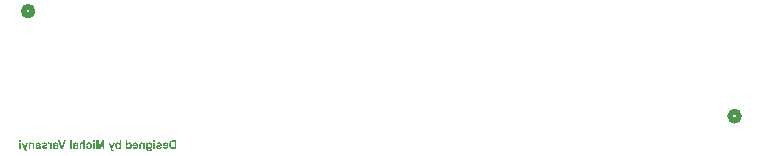
<source format=gbr>
%TF.GenerationSoftware,KiCad,Pcbnew,9.0.6*%
%TF.CreationDate,2025-12-30T15:38:49+01:00*%
%TF.ProjectId,VoxSense,566f7853-656e-4736-952e-6b696361645f,1.0*%
%TF.SameCoordinates,Original*%
%TF.FileFunction,Legend,Bot*%
%TF.FilePolarity,Positive*%
%FSLAX46Y46*%
G04 Gerber Fmt 4.6, Leading zero omitted, Abs format (unit mm)*
G04 Created by KiCad (PCBNEW 9.0.6) date 2025-12-30 15:38:49*
%MOMM*%
%LPD*%
G01*
G04 APERTURE LIST*
%ADD10C,0.175000*%
%ADD11C,0.508000*%
G04 APERTURE END LIST*
D10*
G36*
X92075414Y-80058500D02*
G01*
X91771771Y-80058500D01*
X91719045Y-80054566D01*
X91672836Y-80043297D01*
X91632075Y-80025145D01*
X91595922Y-80000085D01*
X91563820Y-79967620D01*
X91535533Y-79926810D01*
X91511650Y-79877318D01*
X91494022Y-79821712D01*
X91482974Y-79759085D01*
X91479657Y-79698351D01*
X91628797Y-79698351D01*
X91631523Y-79750590D01*
X91639210Y-79795533D01*
X91651280Y-79834187D01*
X91671254Y-79873142D01*
X91695330Y-79901695D01*
X91723617Y-79921645D01*
X91756923Y-79933853D01*
X91796647Y-79938137D01*
X91932440Y-79938137D01*
X91932440Y-79473098D01*
X91796647Y-79473098D01*
X91746411Y-79477512D01*
X91709197Y-79489336D01*
X91681928Y-79507292D01*
X91662521Y-79531356D01*
X91645038Y-79571743D01*
X91633229Y-79626153D01*
X91628797Y-79698351D01*
X91479657Y-79698351D01*
X91479113Y-79688392D01*
X91482368Y-79632291D01*
X91492534Y-79571577D01*
X91504020Y-79531768D01*
X91520680Y-79493869D01*
X91542714Y-79457583D01*
X91576715Y-79418457D01*
X91616446Y-79388861D01*
X91662735Y-79368037D01*
X91709181Y-79357401D01*
X91771771Y-79352735D01*
X92075414Y-79352735D01*
X92075414Y-80058500D01*
G37*
G36*
X91227252Y-79527115D02*
G01*
X91274014Y-79540842D01*
X91315217Y-79563183D01*
X91351783Y-79594572D01*
X91380481Y-79632417D01*
X91401824Y-79678440D01*
X91415481Y-79734325D01*
X91420385Y-79802215D01*
X91416737Y-79861650D01*
X91406607Y-79910647D01*
X91390922Y-79950936D01*
X91370166Y-79983959D01*
X91344346Y-80010799D01*
X91304551Y-80039031D01*
X91262452Y-80058884D01*
X91217468Y-80070844D01*
X91168845Y-80074913D01*
X91120547Y-80071565D01*
X91078541Y-80062021D01*
X91041843Y-80046766D01*
X91009656Y-80025907D01*
X90981420Y-79999173D01*
X90955730Y-79965690D01*
X90940216Y-79934656D01*
X90933121Y-79905310D01*
X91072290Y-79905310D01*
X91084577Y-79926549D01*
X91097636Y-79941428D01*
X91116426Y-79954547D01*
X91138874Y-79962636D01*
X91165982Y-79965492D01*
X91191822Y-79963162D01*
X91214243Y-79956480D01*
X91233900Y-79945617D01*
X91253380Y-79927863D01*
X91268222Y-79904353D01*
X91278394Y-79873755D01*
X91283139Y-79834187D01*
X90926410Y-79834187D01*
X90927195Y-79770809D01*
X90929584Y-79743915D01*
X91067973Y-79743915D01*
X91279805Y-79743915D01*
X91272766Y-79711254D01*
X91261738Y-79684993D01*
X91247064Y-79663986D01*
X91227880Y-79647938D01*
X91203888Y-79638033D01*
X91173633Y-79634494D01*
X91145736Y-79637696D01*
X91121727Y-79646947D01*
X91100714Y-79662319D01*
X91084624Y-79682681D01*
X91073543Y-79709301D01*
X91067973Y-79743915D01*
X90929584Y-79743915D01*
X90930727Y-79731049D01*
X90939398Y-79691195D01*
X90952672Y-79655560D01*
X90970435Y-79623595D01*
X90995526Y-79591227D01*
X91024112Y-79565828D01*
X91056518Y-79546701D01*
X91091996Y-79533366D01*
X91130839Y-79525165D01*
X91173633Y-79522338D01*
X91227252Y-79527115D01*
G37*
G36*
X90728726Y-79886162D02*
G01*
X90721197Y-79919332D01*
X90710090Y-79938094D01*
X90691078Y-79952032D01*
X90661286Y-79961699D01*
X90616356Y-79965492D01*
X90578574Y-79962162D01*
X90552541Y-79953524D01*
X90539062Y-79943884D01*
X90531456Y-79932153D01*
X90528862Y-79917620D01*
X90533662Y-79897371D01*
X90547968Y-79882700D01*
X90579727Y-79870534D01*
X90690001Y-79842265D01*
X90748484Y-79824791D01*
X90788608Y-79806599D01*
X90814809Y-79788239D01*
X90834478Y-79764596D01*
X90846729Y-79734456D01*
X90851140Y-79695829D01*
X90847619Y-79661580D01*
X90837239Y-79630223D01*
X90819805Y-79601025D01*
X90794507Y-79573500D01*
X90764957Y-79552069D01*
X90729384Y-79536142D01*
X90686581Y-79525976D01*
X90635034Y-79522338D01*
X90570971Y-79527115D01*
X90518714Y-79540377D01*
X90476075Y-79561062D01*
X90449608Y-79582848D01*
X90429011Y-79611378D01*
X90414101Y-79647992D01*
X90405507Y-79694675D01*
X90541770Y-79694675D01*
X90547205Y-79670643D01*
X90556602Y-79653643D01*
X90573609Y-79639290D01*
X90598198Y-79629856D01*
X90633111Y-79626287D01*
X90673866Y-79630324D01*
X90696455Y-79639965D01*
X90710925Y-79655294D01*
X90715348Y-79671936D01*
X90713045Y-79686106D01*
X90706489Y-79696973D01*
X90695259Y-79705361D01*
X90662843Y-79716482D01*
X90553268Y-79742333D01*
X90500377Y-79758262D01*
X90460581Y-79777664D01*
X90431324Y-79799950D01*
X90409050Y-79828335D01*
X90395740Y-79860765D01*
X90391146Y-79898514D01*
X90394870Y-79936245D01*
X90405649Y-79969429D01*
X90423411Y-79999016D01*
X90448763Y-80025631D01*
X90478463Y-80045624D01*
X90516670Y-80061024D01*
X90565358Y-80071183D01*
X90626913Y-80074913D01*
X90689446Y-80070918D01*
X90738989Y-80060016D01*
X90777978Y-80043422D01*
X90808398Y-80021741D01*
X90834086Y-79993216D01*
X90852162Y-79961593D01*
X90863157Y-79926226D01*
X90866955Y-79886162D01*
X90728726Y-79886162D01*
G37*
G36*
X90150420Y-79473098D02*
G01*
X90288606Y-79473098D01*
X90288606Y-79350000D01*
X90150420Y-79350000D01*
X90150420Y-79473098D01*
G37*
G36*
X90288606Y-79536015D02*
G01*
X90150420Y-79536015D01*
X90150420Y-80058500D01*
X90288606Y-80058500D01*
X90288606Y-79536015D01*
G37*
G36*
X89870365Y-79525742D02*
G01*
X89906868Y-79535501D01*
X89938974Y-79551277D01*
X89967388Y-79573215D01*
X89992529Y-79601924D01*
X90017275Y-79642857D01*
X90035296Y-79688650D01*
X90046499Y-79740124D01*
X90050403Y-79798283D01*
X90046194Y-79858918D01*
X90034349Y-79910150D01*
X90015663Y-79953536D01*
X89990392Y-79990325D01*
X89957975Y-80021261D01*
X89921097Y-80043141D01*
X89878863Y-80056558D01*
X89829937Y-80061235D01*
X89787560Y-80057529D01*
X89752844Y-80047168D01*
X89724277Y-80030760D01*
X89703380Y-80011221D01*
X89682176Y-79981478D01*
X89682176Y-80014517D01*
X89684492Y-80064076D01*
X89690351Y-80097630D01*
X89698418Y-80119322D01*
X89713129Y-80139811D01*
X89733435Y-80154727D01*
X89760656Y-80164362D01*
X89796939Y-80167920D01*
X89831462Y-80165412D01*
X89855233Y-80158955D01*
X89871098Y-80149669D01*
X89881743Y-80136918D01*
X89889733Y-80115945D01*
X90037964Y-80115945D01*
X90030837Y-80153190D01*
X90016928Y-80184388D01*
X89996286Y-80210695D01*
X89968166Y-80232761D01*
X89924391Y-80253643D01*
X89870764Y-80267042D01*
X89805061Y-80271870D01*
X89736422Y-80267463D01*
X89682160Y-80255442D01*
X89639573Y-80237157D01*
X89606460Y-80213279D01*
X89581261Y-80183735D01*
X89563707Y-80147790D01*
X89551814Y-80098313D01*
X89547323Y-80031358D01*
X89547323Y-79796146D01*
X89680765Y-79796146D01*
X89685131Y-79848503D01*
X89696636Y-79886067D01*
X89713763Y-79912534D01*
X89737701Y-79933027D01*
X89764292Y-79945007D01*
X89794546Y-79949079D01*
X89828310Y-79944722D01*
X89855212Y-79932418D01*
X89876901Y-79912127D01*
X89894008Y-79882272D01*
X89905325Y-79844764D01*
X89909310Y-79800506D01*
X89905422Y-79749682D01*
X89894948Y-79710960D01*
X89877993Y-79680355D01*
X89856424Y-79659646D01*
X89829648Y-79647129D01*
X89795999Y-79642700D01*
X89762805Y-79647197D01*
X89735303Y-79660134D01*
X89712096Y-79681895D01*
X89695626Y-79709772D01*
X89684789Y-79746956D01*
X89680765Y-79796146D01*
X89547323Y-79796146D01*
X89547323Y-79536015D01*
X89679782Y-79536015D01*
X89679782Y-79611114D01*
X89703108Y-79576865D01*
X89729786Y-79551750D01*
X89760138Y-79534476D01*
X89790869Y-79525542D01*
X89828526Y-79522338D01*
X89870365Y-79525742D01*
G37*
G36*
X89131140Y-79522338D02*
G01*
X89078729Y-79527363D01*
X89035269Y-79541542D01*
X88998937Y-79564311D01*
X88977745Y-79586965D01*
X88961791Y-79616704D01*
X88951356Y-79655267D01*
X88947518Y-79704976D01*
X88947518Y-80058500D01*
X89087158Y-80058500D01*
X89087158Y-79738700D01*
X89090294Y-79699861D01*
X89098142Y-79675014D01*
X89110088Y-79657674D01*
X89126133Y-79645264D01*
X89147147Y-79637375D01*
X89174651Y-79634494D01*
X89207676Y-79638482D01*
X89233568Y-79649618D01*
X89254020Y-79667686D01*
X89269796Y-79693821D01*
X89279510Y-79727666D01*
X89283175Y-79773920D01*
X89283175Y-80058500D01*
X89419010Y-80058500D01*
X89419010Y-79536015D01*
X89287492Y-79536015D01*
X89287492Y-79610943D01*
X89260312Y-79574882D01*
X89237782Y-79553625D01*
X89208256Y-79536683D01*
X89173156Y-79526091D01*
X89131140Y-79522338D01*
G37*
G36*
X88669541Y-79527115D02*
G01*
X88716303Y-79540842D01*
X88757506Y-79563183D01*
X88794072Y-79594572D01*
X88822770Y-79632417D01*
X88844113Y-79678440D01*
X88857770Y-79734325D01*
X88862674Y-79802215D01*
X88859026Y-79861650D01*
X88848896Y-79910647D01*
X88833211Y-79950936D01*
X88812455Y-79983959D01*
X88786635Y-80010799D01*
X88746840Y-80039031D01*
X88704741Y-80058884D01*
X88659757Y-80070844D01*
X88611134Y-80074913D01*
X88562836Y-80071565D01*
X88520830Y-80062021D01*
X88484132Y-80046766D01*
X88451945Y-80025907D01*
X88423709Y-79999173D01*
X88398019Y-79965690D01*
X88382505Y-79934656D01*
X88375409Y-79905310D01*
X88514579Y-79905310D01*
X88526866Y-79926549D01*
X88539925Y-79941428D01*
X88558715Y-79954547D01*
X88581163Y-79962636D01*
X88608271Y-79965492D01*
X88634111Y-79963162D01*
X88656532Y-79956480D01*
X88676188Y-79945617D01*
X88695669Y-79927863D01*
X88710511Y-79904353D01*
X88720682Y-79873755D01*
X88725428Y-79834187D01*
X88368699Y-79834187D01*
X88369484Y-79770809D01*
X88371873Y-79743915D01*
X88510262Y-79743915D01*
X88722094Y-79743915D01*
X88715055Y-79711254D01*
X88704027Y-79684993D01*
X88689353Y-79663986D01*
X88670169Y-79647938D01*
X88646177Y-79638033D01*
X88615922Y-79634494D01*
X88588025Y-79637696D01*
X88564016Y-79646947D01*
X88543003Y-79662319D01*
X88526913Y-79682681D01*
X88515832Y-79709301D01*
X88510262Y-79743915D01*
X88371873Y-79743915D01*
X88373016Y-79731049D01*
X88381687Y-79691195D01*
X88394961Y-79655560D01*
X88412724Y-79623595D01*
X88437815Y-79591227D01*
X88466401Y-79565828D01*
X88498807Y-79546701D01*
X88534285Y-79533366D01*
X88573128Y-79525165D01*
X88615922Y-79522338D01*
X88669541Y-79527115D01*
G37*
G36*
X87941017Y-79601625D02*
G01*
X87967555Y-79568337D01*
X88000814Y-79543367D01*
X88026095Y-79531831D01*
X88053953Y-79524772D01*
X88084931Y-79522338D01*
X88134754Y-79527352D01*
X88177901Y-79541784D01*
X88215764Y-79565469D01*
X88249234Y-79599231D01*
X88274881Y-79638841D01*
X88294037Y-79686164D01*
X88306280Y-79742673D01*
X88310655Y-79810166D01*
X88306417Y-79867907D01*
X88294320Y-79918129D01*
X88274919Y-79962061D01*
X88248251Y-80000669D01*
X88214409Y-80033811D01*
X88178005Y-80056644D01*
X88138382Y-80070269D01*
X88094506Y-80074913D01*
X88058010Y-80072402D01*
X88027425Y-80065365D01*
X88001755Y-80054311D01*
X87978652Y-80038540D01*
X87956530Y-80016864D01*
X87935290Y-79988316D01*
X87935290Y-80058500D01*
X87802831Y-80058500D01*
X87802831Y-79806362D01*
X87937213Y-79806362D01*
X87940899Y-79851660D01*
X87951178Y-79888750D01*
X87967347Y-79919202D01*
X87984098Y-79938216D01*
X88003885Y-79951608D01*
X88027297Y-79959853D01*
X88055311Y-79962756D01*
X88083334Y-79959814D01*
X88106431Y-79951497D01*
X88125660Y-79938038D01*
X88141651Y-79918945D01*
X88156737Y-79888435D01*
X88166516Y-79850085D01*
X88170075Y-79802002D01*
X88166698Y-79757544D01*
X88157188Y-79720114D01*
X88142121Y-79688478D01*
X88126223Y-79668532D01*
X88106829Y-79654484D01*
X88083267Y-79645788D01*
X88054371Y-79642700D01*
X88029160Y-79645530D01*
X88006420Y-79653852D01*
X87985512Y-79667876D01*
X87965694Y-79690176D01*
X87950688Y-79719454D01*
X87940839Y-79757432D01*
X87937213Y-79806362D01*
X87802831Y-79806362D01*
X87802831Y-79355471D01*
X87941017Y-79355471D01*
X87941017Y-79601625D01*
G37*
G36*
X87411395Y-80058500D02*
G01*
X87277996Y-80058500D01*
X87277996Y-79994813D01*
X87249937Y-80029461D01*
X87227303Y-80048840D01*
X87199971Y-80062724D01*
X87165916Y-80071671D01*
X87123524Y-80074913D01*
X87083230Y-80071509D01*
X87047835Y-80061717D01*
X87016449Y-80045797D01*
X86988417Y-80023517D01*
X86963368Y-79994172D01*
X86939008Y-79952759D01*
X86921113Y-79905696D01*
X86909898Y-79852035D01*
X86906942Y-79805891D01*
X87048939Y-79805891D01*
X87052548Y-79852043D01*
X87062544Y-79889360D01*
X87078132Y-79919544D01*
X87100357Y-79943697D01*
X87127090Y-79957851D01*
X87159856Y-79962756D01*
X87189359Y-79959732D01*
X87213586Y-79951209D01*
X87233656Y-79937475D01*
X87250256Y-79918090D01*
X87266219Y-79886990D01*
X87276292Y-79849872D01*
X87279877Y-79805378D01*
X87275907Y-79750524D01*
X87265515Y-79711174D01*
X87248312Y-79680628D01*
X87226238Y-79659836D01*
X87198621Y-79647192D01*
X87163702Y-79642700D01*
X87129402Y-79647238D01*
X87102196Y-79660056D01*
X87080362Y-79681260D01*
X87063300Y-79712627D01*
X87052869Y-79752261D01*
X87048939Y-79805891D01*
X86906942Y-79805891D01*
X86905965Y-79790632D01*
X86909967Y-79731477D01*
X86921338Y-79680323D01*
X86939444Y-79635924D01*
X86964095Y-79597265D01*
X86995840Y-79564560D01*
X87032495Y-79541475D01*
X87075035Y-79527299D01*
X87124978Y-79522338D01*
X87162239Y-79525278D01*
X87193090Y-79533508D01*
X87218712Y-79546487D01*
X87247738Y-79569469D01*
X87275602Y-79602565D01*
X87275602Y-79355471D01*
X87411395Y-79355471D01*
X87411395Y-80058500D01*
G37*
G36*
X86787184Y-80159714D02*
G01*
X86769959Y-80161081D01*
X86731704Y-80159970D01*
X86714629Y-80155738D01*
X86701100Y-80148515D01*
X86690565Y-80137012D01*
X86678874Y-80113210D01*
X86670936Y-80088612D01*
X86670497Y-80080384D01*
X86861769Y-79536015D01*
X86710204Y-79536015D01*
X86596381Y-79921424D01*
X86488798Y-79536015D01*
X86343901Y-79536015D01*
X86522736Y-80049866D01*
X86560646Y-80151698D01*
X86586896Y-80208510D01*
X86604502Y-80235838D01*
X86620663Y-80249940D01*
X86644407Y-80261173D01*
X86678161Y-80268912D01*
X86724993Y-80271870D01*
X86754187Y-80271528D01*
X86787184Y-80269135D01*
X86787184Y-80159714D01*
G37*
G36*
X85513500Y-79352735D02*
G01*
X85301625Y-79352735D01*
X85301625Y-80058500D01*
X85438872Y-80058500D01*
X85438872Y-79581151D01*
X85438401Y-79523449D01*
X85437931Y-79466217D01*
X85571331Y-80058500D01*
X85714304Y-80058500D01*
X85846763Y-79466217D01*
X85846293Y-79523449D01*
X85845823Y-79581151D01*
X85845823Y-80058500D01*
X85983069Y-80058500D01*
X85983069Y-79352735D01*
X85768844Y-79352735D01*
X85640659Y-79907661D01*
X85513500Y-79352735D01*
G37*
G36*
X85035682Y-79473098D02*
G01*
X85173868Y-79473098D01*
X85173868Y-79350000D01*
X85035682Y-79350000D01*
X85035682Y-79473098D01*
G37*
G36*
X85173868Y-79536015D02*
G01*
X85035682Y-79536015D01*
X85035682Y-80058500D01*
X85173868Y-80058500D01*
X85173868Y-79536015D01*
G37*
G36*
X84592314Y-79719295D02*
G01*
X84599195Y-79691199D01*
X84611933Y-79666294D01*
X84629454Y-79649035D01*
X84652588Y-79638359D01*
X84683184Y-79634494D01*
X84715228Y-79638900D01*
X84740726Y-79651401D01*
X84761288Y-79672253D01*
X84777389Y-79703395D01*
X84787016Y-79743984D01*
X84790767Y-79802686D01*
X84787029Y-79858596D01*
X84777389Y-79897574D01*
X84761937Y-79926860D01*
X84742013Y-79946608D01*
X84717085Y-79958532D01*
X84685535Y-79962756D01*
X84654817Y-79959429D01*
X84632971Y-79950565D01*
X84617660Y-79936897D01*
X84601883Y-79908162D01*
X84593254Y-79869749D01*
X84454127Y-79869749D01*
X84461105Y-79909547D01*
X84475883Y-79948206D01*
X84499092Y-79986307D01*
X84526846Y-80017888D01*
X84558953Y-80042251D01*
X84595995Y-80059956D01*
X84638908Y-80071020D01*
X84688912Y-80074913D01*
X84740002Y-80071500D01*
X84782826Y-80061936D01*
X84818745Y-80046938D01*
X84848868Y-80026796D01*
X84873987Y-80001353D01*
X84898997Y-79963310D01*
X84917465Y-79918897D01*
X84929138Y-79866947D01*
X84933271Y-79806020D01*
X84928544Y-79736878D01*
X84915415Y-79680124D01*
X84895002Y-79633585D01*
X84867746Y-79595513D01*
X84832653Y-79564047D01*
X84791685Y-79541407D01*
X84743676Y-79527308D01*
X84686988Y-79522338D01*
X84637785Y-79525359D01*
X84595281Y-79533923D01*
X84558487Y-79547489D01*
X84526576Y-79565807D01*
X84500128Y-79589814D01*
X84478793Y-79622066D01*
X84462683Y-79664394D01*
X84452674Y-79719295D01*
X84592314Y-79719295D01*
G37*
G36*
X84071838Y-79522338D02*
G01*
X84025108Y-79526661D01*
X83984088Y-79539135D01*
X83959292Y-79552322D01*
X83937805Y-79569330D01*
X83919290Y-79590426D01*
X83901727Y-79620679D01*
X83893004Y-79650651D01*
X83889660Y-79686462D01*
X83888217Y-79751566D01*
X83888217Y-80058500D01*
X84027386Y-80058500D01*
X84027386Y-79739427D01*
X84031317Y-79699587D01*
X84041748Y-79671081D01*
X84057252Y-79651284D01*
X84079946Y-79639029D01*
X84112486Y-79634494D01*
X84146727Y-79638835D01*
X84173465Y-79650982D01*
X84194509Y-79670825D01*
X84209242Y-79696546D01*
X84218896Y-79730370D01*
X84222463Y-79774561D01*
X84222463Y-80058500D01*
X84358299Y-80058500D01*
X84358299Y-79355471D01*
X84222463Y-79355471D01*
X84222463Y-79602779D01*
X84200738Y-79574828D01*
X84177927Y-79554286D01*
X84153861Y-79540076D01*
X84113890Y-79526778D01*
X84071838Y-79522338D01*
G37*
G36*
X83610022Y-79525688D02*
G01*
X83654136Y-79534926D01*
X83689792Y-79549127D01*
X83718458Y-79567802D01*
X83741225Y-79590939D01*
X83760043Y-79621746D01*
X83772940Y-79658621D01*
X83779480Y-79702882D01*
X83648004Y-79702882D01*
X83640463Y-79675215D01*
X83628855Y-79655480D01*
X83613748Y-79643073D01*
X83591795Y-79634871D01*
X83560510Y-79631758D01*
X83520404Y-79635271D01*
X83495242Y-79644025D01*
X83483195Y-79654014D01*
X83475727Y-79668323D01*
X83472973Y-79688520D01*
X83476082Y-79704334D01*
X83485320Y-79717076D01*
X83502124Y-79727502D01*
X83521209Y-79733536D01*
X83556193Y-79739555D01*
X83602568Y-79745325D01*
X83655060Y-79754486D01*
X83693993Y-79765955D01*
X83722119Y-79779006D01*
X83748727Y-79798396D01*
X83769055Y-79821474D01*
X83783766Y-79848672D01*
X83792975Y-79880812D01*
X83796235Y-79919031D01*
X83793060Y-79955832D01*
X83784110Y-79986595D01*
X83769834Y-80012466D01*
X83750116Y-80034265D01*
X83717296Y-80056501D01*
X83678824Y-80070132D01*
X83633172Y-80074913D01*
X83596869Y-80072008D01*
X83563917Y-80063547D01*
X83533710Y-80049652D01*
X83498924Y-80025892D01*
X83468656Y-79997762D01*
X83464852Y-80029093D01*
X83456261Y-80058500D01*
X83307987Y-80058500D01*
X83307987Y-80042086D01*
X83320003Y-80034456D01*
X83328119Y-80025545D01*
X83333011Y-80013067D01*
X83336240Y-79987376D01*
X83337180Y-79926596D01*
X83337180Y-79854703D01*
X83473443Y-79854703D01*
X83476937Y-79889583D01*
X83484942Y-79915979D01*
X83496668Y-79935745D01*
X83511954Y-79950233D01*
X83537656Y-79964890D01*
X83564491Y-79973533D01*
X83592994Y-79976434D01*
X83618953Y-79972385D01*
X83640096Y-79960662D01*
X83650376Y-79948774D01*
X83656996Y-79932248D01*
X83659459Y-79909499D01*
X83655781Y-79884780D01*
X83645387Y-79865685D01*
X83627915Y-79850814D01*
X83605950Y-79841376D01*
X83566237Y-79831879D01*
X83535634Y-79826066D01*
X83499516Y-79816620D01*
X83473443Y-79803284D01*
X83473443Y-79854703D01*
X83337180Y-79854703D01*
X83337180Y-79685528D01*
X83341936Y-79639058D01*
X83354937Y-79603588D01*
X83375315Y-79576555D01*
X83403645Y-79556446D01*
X83449089Y-79537808D01*
X83499461Y-79526316D01*
X83555680Y-79522338D01*
X83610022Y-79525688D01*
G37*
G36*
X83077306Y-80058500D02*
G01*
X83213612Y-80058500D01*
X83213612Y-79355471D01*
X83077306Y-79355471D01*
X83077306Y-80058500D01*
G37*
G36*
X82248443Y-79352735D02*
G01*
X82095425Y-79352735D01*
X82335937Y-80058500D01*
X82475107Y-80058500D01*
X82713225Y-79352735D01*
X82555890Y-79352735D01*
X82402872Y-79888513D01*
X82248443Y-79352735D01*
G37*
G36*
X81921523Y-79525688D02*
G01*
X81965637Y-79534926D01*
X82001292Y-79549127D01*
X82029958Y-79567802D01*
X82052725Y-79590939D01*
X82071544Y-79621746D01*
X82084440Y-79658621D01*
X82090980Y-79702882D01*
X81959504Y-79702882D01*
X81951963Y-79675215D01*
X81940355Y-79655480D01*
X81925248Y-79643073D01*
X81903295Y-79634871D01*
X81872010Y-79631758D01*
X81831905Y-79635271D01*
X81806742Y-79644025D01*
X81794695Y-79654014D01*
X81787227Y-79668323D01*
X81784474Y-79688520D01*
X81787582Y-79704334D01*
X81796821Y-79717076D01*
X81813624Y-79727502D01*
X81832709Y-79733536D01*
X81867693Y-79739555D01*
X81914069Y-79745325D01*
X81966560Y-79754486D01*
X82005493Y-79765955D01*
X82033620Y-79779006D01*
X82060228Y-79798396D01*
X82080555Y-79821474D01*
X82095266Y-79848672D01*
X82104476Y-79880812D01*
X82107735Y-79919031D01*
X82104560Y-79955832D01*
X82095610Y-79986595D01*
X82081335Y-80012466D01*
X82061616Y-80034265D01*
X82028796Y-80056501D01*
X81990324Y-80070132D01*
X81944672Y-80074913D01*
X81908369Y-80072008D01*
X81875417Y-80063547D01*
X81845211Y-80049652D01*
X81810424Y-80025892D01*
X81780157Y-79997762D01*
X81776352Y-80029093D01*
X81767761Y-80058500D01*
X81619487Y-80058500D01*
X81619487Y-80042086D01*
X81631504Y-80034456D01*
X81639619Y-80025545D01*
X81644511Y-80013067D01*
X81647740Y-79987376D01*
X81648681Y-79926596D01*
X81648681Y-79854703D01*
X81784944Y-79854703D01*
X81788438Y-79889583D01*
X81796443Y-79915979D01*
X81808169Y-79935745D01*
X81823455Y-79950233D01*
X81849157Y-79964890D01*
X81875992Y-79973533D01*
X81904494Y-79976434D01*
X81930454Y-79972385D01*
X81951597Y-79960662D01*
X81961877Y-79948774D01*
X81968496Y-79932248D01*
X81970959Y-79909499D01*
X81967281Y-79884780D01*
X81956887Y-79865685D01*
X81939415Y-79850814D01*
X81917450Y-79841376D01*
X81877738Y-79831879D01*
X81847134Y-79826066D01*
X81811017Y-79816620D01*
X81784944Y-79803284D01*
X81784944Y-79854703D01*
X81648681Y-79854703D01*
X81648681Y-79685528D01*
X81653436Y-79639058D01*
X81666438Y-79603588D01*
X81686816Y-79576555D01*
X81715145Y-79556446D01*
X81760589Y-79537808D01*
X81810962Y-79526316D01*
X81867180Y-79522338D01*
X81921523Y-79525688D01*
G37*
G36*
X81244892Y-79522338D02*
G01*
X81238481Y-79522338D01*
X81226727Y-79522338D01*
X81226727Y-79661849D01*
X81249679Y-79661849D01*
X81265922Y-79661849D01*
X81306507Y-79665787D01*
X81337018Y-79676453D01*
X81359827Y-79692952D01*
X81376411Y-79715576D01*
X81384409Y-79736478D01*
X81390021Y-79766569D01*
X81392183Y-79808627D01*
X81392183Y-80058500D01*
X81529429Y-80058500D01*
X81529429Y-79536015D01*
X81399364Y-79536015D01*
X81399364Y-79626928D01*
X81367335Y-79579261D01*
X81344354Y-79554779D01*
X81317198Y-79537183D01*
X81284525Y-79526227D01*
X81244892Y-79522338D01*
G37*
G36*
X81040882Y-79886162D02*
G01*
X81033353Y-79919332D01*
X81022247Y-79938094D01*
X81003235Y-79952032D01*
X80973442Y-79961699D01*
X80928512Y-79965492D01*
X80890730Y-79962162D01*
X80864698Y-79953524D01*
X80851218Y-79943884D01*
X80843612Y-79932153D01*
X80841018Y-79917620D01*
X80845818Y-79897371D01*
X80860124Y-79882700D01*
X80891883Y-79870534D01*
X81002158Y-79842265D01*
X81060640Y-79824791D01*
X81100765Y-79806599D01*
X81126966Y-79788239D01*
X81146634Y-79764596D01*
X81158885Y-79734456D01*
X81163297Y-79695829D01*
X81159775Y-79661580D01*
X81149396Y-79630223D01*
X81131962Y-79601025D01*
X81106663Y-79573500D01*
X81077114Y-79552069D01*
X81041540Y-79536142D01*
X80998737Y-79525976D01*
X80947191Y-79522338D01*
X80883127Y-79527115D01*
X80830871Y-79540377D01*
X80788231Y-79561062D01*
X80761765Y-79582848D01*
X80741168Y-79611378D01*
X80726258Y-79647992D01*
X80717663Y-79694675D01*
X80853927Y-79694675D01*
X80859361Y-79670643D01*
X80868758Y-79653643D01*
X80885765Y-79639290D01*
X80910354Y-79629856D01*
X80945267Y-79626287D01*
X80986023Y-79630324D01*
X81008612Y-79639965D01*
X81023081Y-79655294D01*
X81027504Y-79671936D01*
X81025201Y-79686106D01*
X81018646Y-79696973D01*
X81007415Y-79705361D01*
X80974999Y-79716482D01*
X80865424Y-79742333D01*
X80812533Y-79758262D01*
X80772738Y-79777664D01*
X80743480Y-79799950D01*
X80721207Y-79828335D01*
X80707896Y-79860765D01*
X80703302Y-79898514D01*
X80707026Y-79936245D01*
X80717806Y-79969429D01*
X80735567Y-79999016D01*
X80760919Y-80025631D01*
X80790620Y-80045624D01*
X80828826Y-80061024D01*
X80877514Y-80071183D01*
X80939070Y-80074913D01*
X81001602Y-80070918D01*
X81051146Y-80060016D01*
X81090135Y-80043422D01*
X81120554Y-80021741D01*
X81146243Y-79993216D01*
X81164319Y-79961593D01*
X81175313Y-79926226D01*
X81179112Y-79886162D01*
X81040882Y-79886162D01*
G37*
G36*
X80451865Y-79525688D02*
G01*
X80495978Y-79534926D01*
X80531634Y-79549127D01*
X80560300Y-79567802D01*
X80583067Y-79590939D01*
X80601886Y-79621746D01*
X80614782Y-79658621D01*
X80621322Y-79702882D01*
X80489846Y-79702882D01*
X80482305Y-79675215D01*
X80470697Y-79655480D01*
X80455590Y-79643073D01*
X80433637Y-79634871D01*
X80402352Y-79631758D01*
X80362247Y-79635271D01*
X80337084Y-79644025D01*
X80325037Y-79654014D01*
X80317569Y-79668323D01*
X80314815Y-79688520D01*
X80317924Y-79704334D01*
X80327163Y-79717076D01*
X80343966Y-79727502D01*
X80363051Y-79733536D01*
X80398035Y-79739555D01*
X80444411Y-79745325D01*
X80496902Y-79754486D01*
X80535835Y-79765955D01*
X80563961Y-79779006D01*
X80590570Y-79798396D01*
X80610897Y-79821474D01*
X80625608Y-79848672D01*
X80634818Y-79880812D01*
X80638077Y-79919031D01*
X80634902Y-79955832D01*
X80625952Y-79986595D01*
X80611677Y-80012466D01*
X80591958Y-80034265D01*
X80559138Y-80056501D01*
X80520666Y-80070132D01*
X80475014Y-80074913D01*
X80438711Y-80072008D01*
X80405759Y-80063547D01*
X80375553Y-80049652D01*
X80340766Y-80025892D01*
X80310498Y-79997762D01*
X80306694Y-80029093D01*
X80298103Y-80058500D01*
X80149829Y-80058500D01*
X80149829Y-80042086D01*
X80161845Y-80034456D01*
X80169961Y-80025545D01*
X80174853Y-80013067D01*
X80178082Y-79987376D01*
X80179023Y-79926596D01*
X80179023Y-79854703D01*
X80315286Y-79854703D01*
X80318780Y-79889583D01*
X80326785Y-79915979D01*
X80338511Y-79935745D01*
X80353797Y-79950233D01*
X80379499Y-79964890D01*
X80406334Y-79973533D01*
X80434836Y-79976434D01*
X80460796Y-79972385D01*
X80481939Y-79960662D01*
X80492219Y-79948774D01*
X80498838Y-79932248D01*
X80501301Y-79909499D01*
X80497623Y-79884780D01*
X80487229Y-79865685D01*
X80469757Y-79850814D01*
X80447792Y-79841376D01*
X80408080Y-79831879D01*
X80377476Y-79826066D01*
X80341359Y-79816620D01*
X80315286Y-79803284D01*
X80315286Y-79854703D01*
X80179023Y-79854703D01*
X80179023Y-79685528D01*
X80183778Y-79639058D01*
X80196780Y-79603588D01*
X80217157Y-79576555D01*
X80245487Y-79556446D01*
X80290931Y-79537808D01*
X80341304Y-79526316D01*
X80397522Y-79522338D01*
X80451865Y-79525688D01*
G37*
G36*
X79769507Y-79522338D02*
G01*
X79717096Y-79527363D01*
X79673636Y-79541542D01*
X79637304Y-79564311D01*
X79616112Y-79586965D01*
X79600158Y-79616704D01*
X79589723Y-79655267D01*
X79585885Y-79704976D01*
X79585885Y-80058500D01*
X79725525Y-80058500D01*
X79725525Y-79738700D01*
X79728661Y-79699861D01*
X79736509Y-79675014D01*
X79748455Y-79657674D01*
X79764500Y-79645264D01*
X79785514Y-79637375D01*
X79813019Y-79634494D01*
X79846043Y-79638482D01*
X79871935Y-79649618D01*
X79892387Y-79667686D01*
X79908163Y-79693821D01*
X79917877Y-79727666D01*
X79921542Y-79773920D01*
X79921542Y-80058500D01*
X80057377Y-80058500D01*
X80057377Y-79536015D01*
X79925859Y-79536015D01*
X79925859Y-79610943D01*
X79898679Y-79574882D01*
X79876149Y-79553625D01*
X79846623Y-79536683D01*
X79811523Y-79526091D01*
X79769507Y-79522338D01*
G37*
G36*
X79438893Y-80159714D02*
G01*
X79421668Y-80161081D01*
X79383414Y-80159970D01*
X79366338Y-80155738D01*
X79352810Y-80148515D01*
X79342275Y-80137012D01*
X79330584Y-80113210D01*
X79322645Y-80088612D01*
X79322206Y-80080384D01*
X79513479Y-79536015D01*
X79361914Y-79536015D01*
X79248091Y-79921424D01*
X79140508Y-79536015D01*
X78995611Y-79536015D01*
X79174446Y-80049866D01*
X79212356Y-80151698D01*
X79238606Y-80208510D01*
X79256212Y-80235838D01*
X79272373Y-80249940D01*
X79296117Y-80261173D01*
X79329871Y-80268912D01*
X79376703Y-80271870D01*
X79405896Y-80271528D01*
X79438893Y-80269135D01*
X79438893Y-80159714D01*
G37*
G36*
X78775444Y-79473098D02*
G01*
X78913631Y-79473098D01*
X78913631Y-79350000D01*
X78775444Y-79350000D01*
X78775444Y-79473098D01*
G37*
G36*
X78913631Y-79536015D02*
G01*
X78775444Y-79536015D01*
X78775444Y-80058500D01*
X78913631Y-80058500D01*
X78913631Y-79536015D01*
G37*
D11*
%TO.C,J501*%
X79916101Y-68409900D02*
G75*
G02*
X79154101Y-68409900I-381000J0D01*
G01*
X79154101Y-68409900D02*
G75*
G02*
X79916101Y-68409900I381000J0D01*
G01*
%TO.C,J502*%
X139728000Y-77299900D02*
G75*
G02*
X138966000Y-77299900I-381000J0D01*
G01*
X138966000Y-77299900D02*
G75*
G02*
X139728000Y-77299900I381000J0D01*
G01*
%TD*%
M02*

</source>
